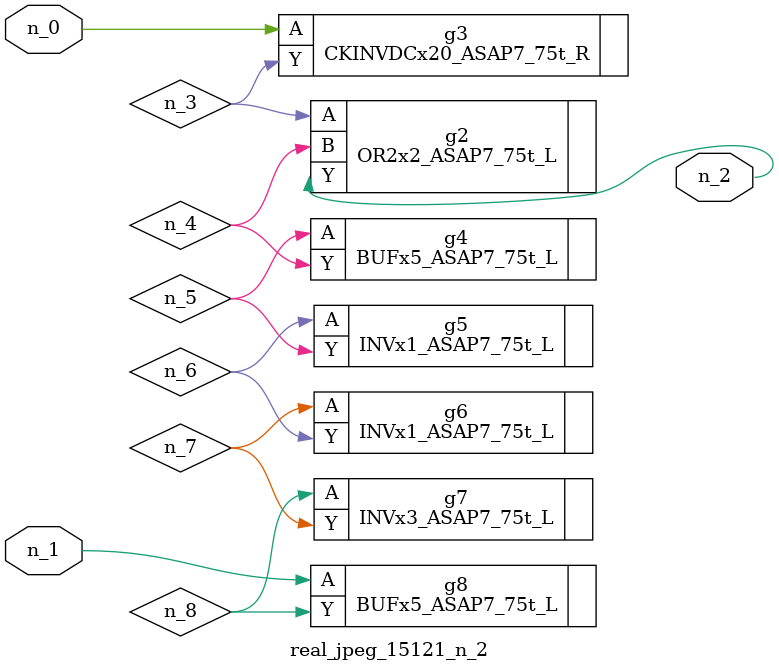
<source format=v>
module real_jpeg_15121_n_2 (n_1, n_0, n_2);

input n_1;
input n_0;

output n_2;

wire n_5;
wire n_4;
wire n_8;
wire n_6;
wire n_7;
wire n_3;

CKINVDCx20_ASAP7_75t_R g3 ( 
.A(n_0),
.Y(n_3)
);

BUFx5_ASAP7_75t_L g8 ( 
.A(n_1),
.Y(n_8)
);

OR2x2_ASAP7_75t_L g2 ( 
.A(n_3),
.B(n_4),
.Y(n_2)
);

BUFx5_ASAP7_75t_L g4 ( 
.A(n_5),
.Y(n_4)
);

INVx1_ASAP7_75t_L g5 ( 
.A(n_6),
.Y(n_5)
);

INVx1_ASAP7_75t_L g6 ( 
.A(n_7),
.Y(n_6)
);

INVx3_ASAP7_75t_L g7 ( 
.A(n_8),
.Y(n_7)
);


endmodule
</source>
